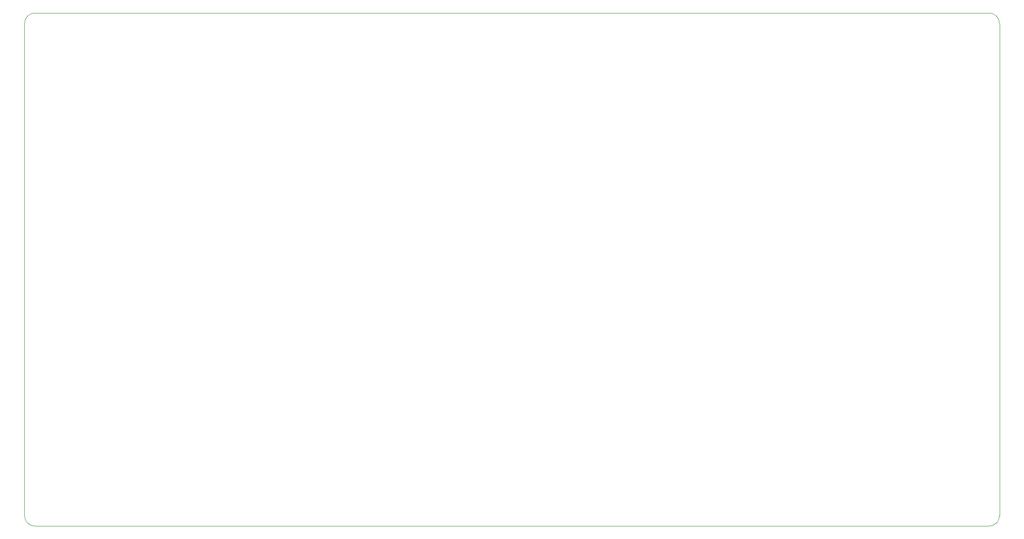
<source format=gbr>
%TF.GenerationSoftware,KiCad,Pcbnew,8.0.6*%
%TF.CreationDate,2025-01-17T17:33:13+00:00*%
%TF.ProjectId,bottom,626f7474-6f6d-42e6-9b69-6361645f7063,rev?*%
%TF.SameCoordinates,Original*%
%TF.FileFunction,Profile,NP*%
%FSLAX46Y46*%
G04 Gerber Fmt 4.6, Leading zero omitted, Abs format (unit mm)*
G04 Created by KiCad (PCBNEW 8.0.6) date 2025-01-17 17:33:13*
%MOMM*%
%LPD*%
G01*
G04 APERTURE LIST*
%TA.AperFunction,Profile*%
%ADD10C,0.050000*%
%TD*%
G04 APERTURE END LIST*
D10*
X257500000Y-116200000D02*
X71500000Y-116200000D01*
X69500000Y-118200000D02*
X69500000Y-214200000D01*
X71500000Y-216200000D02*
X257500000Y-216200000D01*
X259500000Y-214200000D02*
G75*
G02*
X257500000Y-216200000I-2000000J0D01*
G01*
X71500000Y-216200000D02*
G75*
G02*
X69500000Y-214200000I0J2000000D01*
G01*
X257500000Y-116200000D02*
G75*
G02*
X259500000Y-118200000I0J-2000000D01*
G01*
X69500000Y-118200000D02*
G75*
G02*
X71500000Y-116200000I2000000J0D01*
G01*
X259500000Y-214200000D02*
X259500000Y-118200000D01*
M02*

</source>
